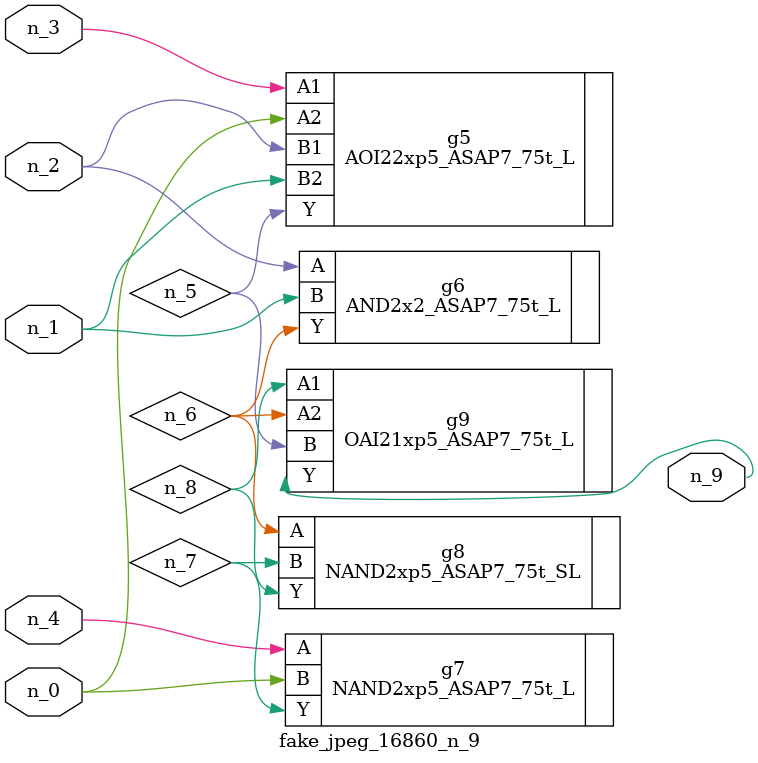
<source format=v>
module fake_jpeg_16860_n_9 (n_3, n_2, n_1, n_0, n_4, n_9);

input n_3;
input n_2;
input n_1;
input n_0;
input n_4;

output n_9;

wire n_8;
wire n_6;
wire n_5;
wire n_7;

AOI22xp5_ASAP7_75t_L g5 ( 
.A1(n_3),
.A2(n_0),
.B1(n_2),
.B2(n_1),
.Y(n_5)
);

AND2x2_ASAP7_75t_L g6 ( 
.A(n_2),
.B(n_1),
.Y(n_6)
);

NAND2xp5_ASAP7_75t_L g7 ( 
.A(n_4),
.B(n_0),
.Y(n_7)
);

NAND2xp5_ASAP7_75t_SL g8 ( 
.A(n_6),
.B(n_7),
.Y(n_8)
);

OAI21xp5_ASAP7_75t_L g9 ( 
.A1(n_8),
.A2(n_6),
.B(n_5),
.Y(n_9)
);


endmodule
</source>
